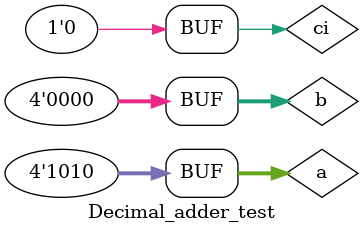
<source format=v>
`timescale 1ns / 1ps
module Decimal_adder_test;
    
    wire [3:0]s;
    wire co;
    reg [3:0]a;
    reg [3:0]b;
    reg ci;   

 Decimal_adder U0(.s(s),.co(co),.a(a),.b(b),.ci(ci));

initial
begin
    ci = 0;
    repeat(2)
    begin
         a = 0;
         b = 0;
         #1
        repeat(10)
             begin
                 #1
                 repeat(10)
                 begin
                     #1
                     b = b + 1;
                 end
                 a = a + 1;
                 b = 0;
             end
         ci = ci + 1;
    end
   
   
    
end

endmodule
</source>
